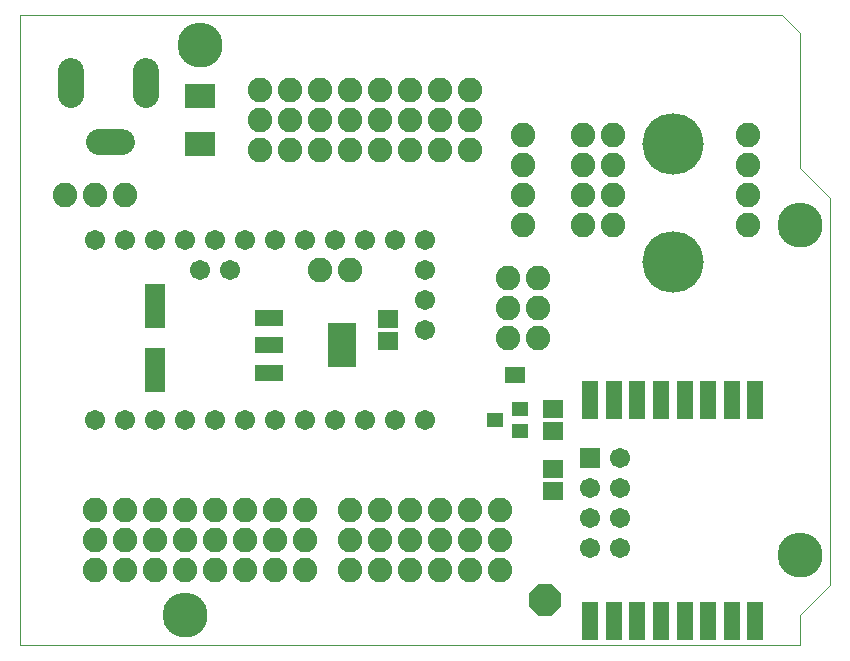
<source format=gts>
G75*
%MOIN*%
%OFA0B0*%
%FSLAX25Y25*%
%IPPOS*%
%LPD*%
%AMOC8*
5,1,8,0,0,1.08239X$1,22.5*
%
%ADD10C,0.00000*%
%ADD11C,0.14942*%
%ADD12C,0.06737*%
%ADD13R,0.06737X0.06737*%
%ADD14C,0.08674*%
%ADD15R,0.09600X0.05600*%
%ADD16R,0.09461X0.14973*%
%ADD17C,0.08200*%
%ADD18R,0.10249X0.07887*%
%ADD19R,0.07099X0.14580*%
%ADD20R,0.06706X0.05918*%
%ADD21R,0.05524X0.12611*%
%ADD22OC8,0.10800*%
%ADD23C,0.00100*%
%ADD24C,0.20485*%
%ADD25R,0.05524X0.04800*%
%ADD26R,0.03300X0.05800*%
D10*
X0017500Y0005000D02*
X0017500Y0215000D01*
X0271500Y0215000D01*
X0277500Y0209000D01*
X0277500Y0164000D01*
X0287500Y0154000D01*
X0287500Y0025000D01*
X0277500Y0015000D01*
X0277500Y0005000D01*
X0017500Y0005000D01*
X0065429Y0015000D02*
X0065431Y0015174D01*
X0065438Y0015347D01*
X0065448Y0015520D01*
X0065463Y0015693D01*
X0065482Y0015866D01*
X0065506Y0016038D01*
X0065533Y0016209D01*
X0065565Y0016379D01*
X0065601Y0016549D01*
X0065641Y0016718D01*
X0065685Y0016886D01*
X0065733Y0017053D01*
X0065786Y0017218D01*
X0065842Y0017382D01*
X0065903Y0017545D01*
X0065967Y0017706D01*
X0066036Y0017865D01*
X0066108Y0018023D01*
X0066184Y0018179D01*
X0066264Y0018333D01*
X0066348Y0018485D01*
X0066435Y0018635D01*
X0066526Y0018783D01*
X0066621Y0018928D01*
X0066719Y0019072D01*
X0066821Y0019212D01*
X0066926Y0019350D01*
X0067034Y0019486D01*
X0067146Y0019619D01*
X0067261Y0019749D01*
X0067379Y0019876D01*
X0067500Y0020000D01*
X0067624Y0020121D01*
X0067751Y0020239D01*
X0067881Y0020354D01*
X0068014Y0020466D01*
X0068150Y0020574D01*
X0068288Y0020679D01*
X0068428Y0020781D01*
X0068572Y0020879D01*
X0068717Y0020974D01*
X0068865Y0021065D01*
X0069015Y0021152D01*
X0069167Y0021236D01*
X0069321Y0021316D01*
X0069477Y0021392D01*
X0069635Y0021464D01*
X0069794Y0021533D01*
X0069955Y0021597D01*
X0070118Y0021658D01*
X0070282Y0021714D01*
X0070447Y0021767D01*
X0070614Y0021815D01*
X0070782Y0021859D01*
X0070951Y0021899D01*
X0071121Y0021935D01*
X0071291Y0021967D01*
X0071462Y0021994D01*
X0071634Y0022018D01*
X0071807Y0022037D01*
X0071980Y0022052D01*
X0072153Y0022062D01*
X0072326Y0022069D01*
X0072500Y0022071D01*
X0072674Y0022069D01*
X0072847Y0022062D01*
X0073020Y0022052D01*
X0073193Y0022037D01*
X0073366Y0022018D01*
X0073538Y0021994D01*
X0073709Y0021967D01*
X0073879Y0021935D01*
X0074049Y0021899D01*
X0074218Y0021859D01*
X0074386Y0021815D01*
X0074553Y0021767D01*
X0074718Y0021714D01*
X0074882Y0021658D01*
X0075045Y0021597D01*
X0075206Y0021533D01*
X0075365Y0021464D01*
X0075523Y0021392D01*
X0075679Y0021316D01*
X0075833Y0021236D01*
X0075985Y0021152D01*
X0076135Y0021065D01*
X0076283Y0020974D01*
X0076428Y0020879D01*
X0076572Y0020781D01*
X0076712Y0020679D01*
X0076850Y0020574D01*
X0076986Y0020466D01*
X0077119Y0020354D01*
X0077249Y0020239D01*
X0077376Y0020121D01*
X0077500Y0020000D01*
X0077621Y0019876D01*
X0077739Y0019749D01*
X0077854Y0019619D01*
X0077966Y0019486D01*
X0078074Y0019350D01*
X0078179Y0019212D01*
X0078281Y0019072D01*
X0078379Y0018928D01*
X0078474Y0018783D01*
X0078565Y0018635D01*
X0078652Y0018485D01*
X0078736Y0018333D01*
X0078816Y0018179D01*
X0078892Y0018023D01*
X0078964Y0017865D01*
X0079033Y0017706D01*
X0079097Y0017545D01*
X0079158Y0017382D01*
X0079214Y0017218D01*
X0079267Y0017053D01*
X0079315Y0016886D01*
X0079359Y0016718D01*
X0079399Y0016549D01*
X0079435Y0016379D01*
X0079467Y0016209D01*
X0079494Y0016038D01*
X0079518Y0015866D01*
X0079537Y0015693D01*
X0079552Y0015520D01*
X0079562Y0015347D01*
X0079569Y0015174D01*
X0079571Y0015000D01*
X0079569Y0014826D01*
X0079562Y0014653D01*
X0079552Y0014480D01*
X0079537Y0014307D01*
X0079518Y0014134D01*
X0079494Y0013962D01*
X0079467Y0013791D01*
X0079435Y0013621D01*
X0079399Y0013451D01*
X0079359Y0013282D01*
X0079315Y0013114D01*
X0079267Y0012947D01*
X0079214Y0012782D01*
X0079158Y0012618D01*
X0079097Y0012455D01*
X0079033Y0012294D01*
X0078964Y0012135D01*
X0078892Y0011977D01*
X0078816Y0011821D01*
X0078736Y0011667D01*
X0078652Y0011515D01*
X0078565Y0011365D01*
X0078474Y0011217D01*
X0078379Y0011072D01*
X0078281Y0010928D01*
X0078179Y0010788D01*
X0078074Y0010650D01*
X0077966Y0010514D01*
X0077854Y0010381D01*
X0077739Y0010251D01*
X0077621Y0010124D01*
X0077500Y0010000D01*
X0077376Y0009879D01*
X0077249Y0009761D01*
X0077119Y0009646D01*
X0076986Y0009534D01*
X0076850Y0009426D01*
X0076712Y0009321D01*
X0076572Y0009219D01*
X0076428Y0009121D01*
X0076283Y0009026D01*
X0076135Y0008935D01*
X0075985Y0008848D01*
X0075833Y0008764D01*
X0075679Y0008684D01*
X0075523Y0008608D01*
X0075365Y0008536D01*
X0075206Y0008467D01*
X0075045Y0008403D01*
X0074882Y0008342D01*
X0074718Y0008286D01*
X0074553Y0008233D01*
X0074386Y0008185D01*
X0074218Y0008141D01*
X0074049Y0008101D01*
X0073879Y0008065D01*
X0073709Y0008033D01*
X0073538Y0008006D01*
X0073366Y0007982D01*
X0073193Y0007963D01*
X0073020Y0007948D01*
X0072847Y0007938D01*
X0072674Y0007931D01*
X0072500Y0007929D01*
X0072326Y0007931D01*
X0072153Y0007938D01*
X0071980Y0007948D01*
X0071807Y0007963D01*
X0071634Y0007982D01*
X0071462Y0008006D01*
X0071291Y0008033D01*
X0071121Y0008065D01*
X0070951Y0008101D01*
X0070782Y0008141D01*
X0070614Y0008185D01*
X0070447Y0008233D01*
X0070282Y0008286D01*
X0070118Y0008342D01*
X0069955Y0008403D01*
X0069794Y0008467D01*
X0069635Y0008536D01*
X0069477Y0008608D01*
X0069321Y0008684D01*
X0069167Y0008764D01*
X0069015Y0008848D01*
X0068865Y0008935D01*
X0068717Y0009026D01*
X0068572Y0009121D01*
X0068428Y0009219D01*
X0068288Y0009321D01*
X0068150Y0009426D01*
X0068014Y0009534D01*
X0067881Y0009646D01*
X0067751Y0009761D01*
X0067624Y0009879D01*
X0067500Y0010000D01*
X0067379Y0010124D01*
X0067261Y0010251D01*
X0067146Y0010381D01*
X0067034Y0010514D01*
X0066926Y0010650D01*
X0066821Y0010788D01*
X0066719Y0010928D01*
X0066621Y0011072D01*
X0066526Y0011217D01*
X0066435Y0011365D01*
X0066348Y0011515D01*
X0066264Y0011667D01*
X0066184Y0011821D01*
X0066108Y0011977D01*
X0066036Y0012135D01*
X0065967Y0012294D01*
X0065903Y0012455D01*
X0065842Y0012618D01*
X0065786Y0012782D01*
X0065733Y0012947D01*
X0065685Y0013114D01*
X0065641Y0013282D01*
X0065601Y0013451D01*
X0065565Y0013621D01*
X0065533Y0013791D01*
X0065506Y0013962D01*
X0065482Y0014134D01*
X0065463Y0014307D01*
X0065448Y0014480D01*
X0065438Y0014653D01*
X0065431Y0014826D01*
X0065429Y0015000D01*
X0225157Y0132815D02*
X0225160Y0133057D01*
X0225169Y0133298D01*
X0225184Y0133539D01*
X0225204Y0133780D01*
X0225231Y0134020D01*
X0225264Y0134259D01*
X0225302Y0134498D01*
X0225346Y0134735D01*
X0225396Y0134972D01*
X0225452Y0135207D01*
X0225514Y0135440D01*
X0225581Y0135672D01*
X0225654Y0135903D01*
X0225732Y0136131D01*
X0225817Y0136357D01*
X0225906Y0136582D01*
X0226001Y0136804D01*
X0226102Y0137023D01*
X0226208Y0137241D01*
X0226319Y0137455D01*
X0226436Y0137667D01*
X0226557Y0137875D01*
X0226684Y0138081D01*
X0226816Y0138283D01*
X0226953Y0138483D01*
X0227094Y0138678D01*
X0227240Y0138871D01*
X0227391Y0139059D01*
X0227547Y0139244D01*
X0227707Y0139425D01*
X0227871Y0139602D01*
X0228040Y0139775D01*
X0228213Y0139944D01*
X0228390Y0140108D01*
X0228571Y0140268D01*
X0228756Y0140424D01*
X0228944Y0140575D01*
X0229137Y0140721D01*
X0229332Y0140862D01*
X0229532Y0140999D01*
X0229734Y0141131D01*
X0229940Y0141258D01*
X0230148Y0141379D01*
X0230360Y0141496D01*
X0230574Y0141607D01*
X0230792Y0141713D01*
X0231011Y0141814D01*
X0231233Y0141909D01*
X0231458Y0141998D01*
X0231684Y0142083D01*
X0231912Y0142161D01*
X0232143Y0142234D01*
X0232375Y0142301D01*
X0232608Y0142363D01*
X0232843Y0142419D01*
X0233080Y0142469D01*
X0233317Y0142513D01*
X0233556Y0142551D01*
X0233795Y0142584D01*
X0234035Y0142611D01*
X0234276Y0142631D01*
X0234517Y0142646D01*
X0234758Y0142655D01*
X0235000Y0142658D01*
X0235242Y0142655D01*
X0235483Y0142646D01*
X0235724Y0142631D01*
X0235965Y0142611D01*
X0236205Y0142584D01*
X0236444Y0142551D01*
X0236683Y0142513D01*
X0236920Y0142469D01*
X0237157Y0142419D01*
X0237392Y0142363D01*
X0237625Y0142301D01*
X0237857Y0142234D01*
X0238088Y0142161D01*
X0238316Y0142083D01*
X0238542Y0141998D01*
X0238767Y0141909D01*
X0238989Y0141814D01*
X0239208Y0141713D01*
X0239426Y0141607D01*
X0239640Y0141496D01*
X0239852Y0141379D01*
X0240060Y0141258D01*
X0240266Y0141131D01*
X0240468Y0140999D01*
X0240668Y0140862D01*
X0240863Y0140721D01*
X0241056Y0140575D01*
X0241244Y0140424D01*
X0241429Y0140268D01*
X0241610Y0140108D01*
X0241787Y0139944D01*
X0241960Y0139775D01*
X0242129Y0139602D01*
X0242293Y0139425D01*
X0242453Y0139244D01*
X0242609Y0139059D01*
X0242760Y0138871D01*
X0242906Y0138678D01*
X0243047Y0138483D01*
X0243184Y0138283D01*
X0243316Y0138081D01*
X0243443Y0137875D01*
X0243564Y0137667D01*
X0243681Y0137455D01*
X0243792Y0137241D01*
X0243898Y0137023D01*
X0243999Y0136804D01*
X0244094Y0136582D01*
X0244183Y0136357D01*
X0244268Y0136131D01*
X0244346Y0135903D01*
X0244419Y0135672D01*
X0244486Y0135440D01*
X0244548Y0135207D01*
X0244604Y0134972D01*
X0244654Y0134735D01*
X0244698Y0134498D01*
X0244736Y0134259D01*
X0244769Y0134020D01*
X0244796Y0133780D01*
X0244816Y0133539D01*
X0244831Y0133298D01*
X0244840Y0133057D01*
X0244843Y0132815D01*
X0244840Y0132573D01*
X0244831Y0132332D01*
X0244816Y0132091D01*
X0244796Y0131850D01*
X0244769Y0131610D01*
X0244736Y0131371D01*
X0244698Y0131132D01*
X0244654Y0130895D01*
X0244604Y0130658D01*
X0244548Y0130423D01*
X0244486Y0130190D01*
X0244419Y0129958D01*
X0244346Y0129727D01*
X0244268Y0129499D01*
X0244183Y0129273D01*
X0244094Y0129048D01*
X0243999Y0128826D01*
X0243898Y0128607D01*
X0243792Y0128389D01*
X0243681Y0128175D01*
X0243564Y0127963D01*
X0243443Y0127755D01*
X0243316Y0127549D01*
X0243184Y0127347D01*
X0243047Y0127147D01*
X0242906Y0126952D01*
X0242760Y0126759D01*
X0242609Y0126571D01*
X0242453Y0126386D01*
X0242293Y0126205D01*
X0242129Y0126028D01*
X0241960Y0125855D01*
X0241787Y0125686D01*
X0241610Y0125522D01*
X0241429Y0125362D01*
X0241244Y0125206D01*
X0241056Y0125055D01*
X0240863Y0124909D01*
X0240668Y0124768D01*
X0240468Y0124631D01*
X0240266Y0124499D01*
X0240060Y0124372D01*
X0239852Y0124251D01*
X0239640Y0124134D01*
X0239426Y0124023D01*
X0239208Y0123917D01*
X0238989Y0123816D01*
X0238767Y0123721D01*
X0238542Y0123632D01*
X0238316Y0123547D01*
X0238088Y0123469D01*
X0237857Y0123396D01*
X0237625Y0123329D01*
X0237392Y0123267D01*
X0237157Y0123211D01*
X0236920Y0123161D01*
X0236683Y0123117D01*
X0236444Y0123079D01*
X0236205Y0123046D01*
X0235965Y0123019D01*
X0235724Y0122999D01*
X0235483Y0122984D01*
X0235242Y0122975D01*
X0235000Y0122972D01*
X0234758Y0122975D01*
X0234517Y0122984D01*
X0234276Y0122999D01*
X0234035Y0123019D01*
X0233795Y0123046D01*
X0233556Y0123079D01*
X0233317Y0123117D01*
X0233080Y0123161D01*
X0232843Y0123211D01*
X0232608Y0123267D01*
X0232375Y0123329D01*
X0232143Y0123396D01*
X0231912Y0123469D01*
X0231684Y0123547D01*
X0231458Y0123632D01*
X0231233Y0123721D01*
X0231011Y0123816D01*
X0230792Y0123917D01*
X0230574Y0124023D01*
X0230360Y0124134D01*
X0230148Y0124251D01*
X0229940Y0124372D01*
X0229734Y0124499D01*
X0229532Y0124631D01*
X0229332Y0124768D01*
X0229137Y0124909D01*
X0228944Y0125055D01*
X0228756Y0125206D01*
X0228571Y0125362D01*
X0228390Y0125522D01*
X0228213Y0125686D01*
X0228040Y0125855D01*
X0227871Y0126028D01*
X0227707Y0126205D01*
X0227547Y0126386D01*
X0227391Y0126571D01*
X0227240Y0126759D01*
X0227094Y0126952D01*
X0226953Y0127147D01*
X0226816Y0127347D01*
X0226684Y0127549D01*
X0226557Y0127755D01*
X0226436Y0127963D01*
X0226319Y0128175D01*
X0226208Y0128389D01*
X0226102Y0128607D01*
X0226001Y0128826D01*
X0225906Y0129048D01*
X0225817Y0129273D01*
X0225732Y0129499D01*
X0225654Y0129727D01*
X0225581Y0129958D01*
X0225514Y0130190D01*
X0225452Y0130423D01*
X0225396Y0130658D01*
X0225346Y0130895D01*
X0225302Y0131132D01*
X0225264Y0131371D01*
X0225231Y0131610D01*
X0225204Y0131850D01*
X0225184Y0132091D01*
X0225169Y0132332D01*
X0225160Y0132573D01*
X0225157Y0132815D01*
X0270429Y0145000D02*
X0270431Y0145174D01*
X0270438Y0145347D01*
X0270448Y0145520D01*
X0270463Y0145693D01*
X0270482Y0145866D01*
X0270506Y0146038D01*
X0270533Y0146209D01*
X0270565Y0146379D01*
X0270601Y0146549D01*
X0270641Y0146718D01*
X0270685Y0146886D01*
X0270733Y0147053D01*
X0270786Y0147218D01*
X0270842Y0147382D01*
X0270903Y0147545D01*
X0270967Y0147706D01*
X0271036Y0147865D01*
X0271108Y0148023D01*
X0271184Y0148179D01*
X0271264Y0148333D01*
X0271348Y0148485D01*
X0271435Y0148635D01*
X0271526Y0148783D01*
X0271621Y0148928D01*
X0271719Y0149072D01*
X0271821Y0149212D01*
X0271926Y0149350D01*
X0272034Y0149486D01*
X0272146Y0149619D01*
X0272261Y0149749D01*
X0272379Y0149876D01*
X0272500Y0150000D01*
X0272624Y0150121D01*
X0272751Y0150239D01*
X0272881Y0150354D01*
X0273014Y0150466D01*
X0273150Y0150574D01*
X0273288Y0150679D01*
X0273428Y0150781D01*
X0273572Y0150879D01*
X0273717Y0150974D01*
X0273865Y0151065D01*
X0274015Y0151152D01*
X0274167Y0151236D01*
X0274321Y0151316D01*
X0274477Y0151392D01*
X0274635Y0151464D01*
X0274794Y0151533D01*
X0274955Y0151597D01*
X0275118Y0151658D01*
X0275282Y0151714D01*
X0275447Y0151767D01*
X0275614Y0151815D01*
X0275782Y0151859D01*
X0275951Y0151899D01*
X0276121Y0151935D01*
X0276291Y0151967D01*
X0276462Y0151994D01*
X0276634Y0152018D01*
X0276807Y0152037D01*
X0276980Y0152052D01*
X0277153Y0152062D01*
X0277326Y0152069D01*
X0277500Y0152071D01*
X0277674Y0152069D01*
X0277847Y0152062D01*
X0278020Y0152052D01*
X0278193Y0152037D01*
X0278366Y0152018D01*
X0278538Y0151994D01*
X0278709Y0151967D01*
X0278879Y0151935D01*
X0279049Y0151899D01*
X0279218Y0151859D01*
X0279386Y0151815D01*
X0279553Y0151767D01*
X0279718Y0151714D01*
X0279882Y0151658D01*
X0280045Y0151597D01*
X0280206Y0151533D01*
X0280365Y0151464D01*
X0280523Y0151392D01*
X0280679Y0151316D01*
X0280833Y0151236D01*
X0280985Y0151152D01*
X0281135Y0151065D01*
X0281283Y0150974D01*
X0281428Y0150879D01*
X0281572Y0150781D01*
X0281712Y0150679D01*
X0281850Y0150574D01*
X0281986Y0150466D01*
X0282119Y0150354D01*
X0282249Y0150239D01*
X0282376Y0150121D01*
X0282500Y0150000D01*
X0282621Y0149876D01*
X0282739Y0149749D01*
X0282854Y0149619D01*
X0282966Y0149486D01*
X0283074Y0149350D01*
X0283179Y0149212D01*
X0283281Y0149072D01*
X0283379Y0148928D01*
X0283474Y0148783D01*
X0283565Y0148635D01*
X0283652Y0148485D01*
X0283736Y0148333D01*
X0283816Y0148179D01*
X0283892Y0148023D01*
X0283964Y0147865D01*
X0284033Y0147706D01*
X0284097Y0147545D01*
X0284158Y0147382D01*
X0284214Y0147218D01*
X0284267Y0147053D01*
X0284315Y0146886D01*
X0284359Y0146718D01*
X0284399Y0146549D01*
X0284435Y0146379D01*
X0284467Y0146209D01*
X0284494Y0146038D01*
X0284518Y0145866D01*
X0284537Y0145693D01*
X0284552Y0145520D01*
X0284562Y0145347D01*
X0284569Y0145174D01*
X0284571Y0145000D01*
X0284569Y0144826D01*
X0284562Y0144653D01*
X0284552Y0144480D01*
X0284537Y0144307D01*
X0284518Y0144134D01*
X0284494Y0143962D01*
X0284467Y0143791D01*
X0284435Y0143621D01*
X0284399Y0143451D01*
X0284359Y0143282D01*
X0284315Y0143114D01*
X0284267Y0142947D01*
X0284214Y0142782D01*
X0284158Y0142618D01*
X0284097Y0142455D01*
X0284033Y0142294D01*
X0283964Y0142135D01*
X0283892Y0141977D01*
X0283816Y0141821D01*
X0283736Y0141667D01*
X0283652Y0141515D01*
X0283565Y0141365D01*
X0283474Y0141217D01*
X0283379Y0141072D01*
X0283281Y0140928D01*
X0283179Y0140788D01*
X0283074Y0140650D01*
X0282966Y0140514D01*
X0282854Y0140381D01*
X0282739Y0140251D01*
X0282621Y0140124D01*
X0282500Y0140000D01*
X0282376Y0139879D01*
X0282249Y0139761D01*
X0282119Y0139646D01*
X0281986Y0139534D01*
X0281850Y0139426D01*
X0281712Y0139321D01*
X0281572Y0139219D01*
X0281428Y0139121D01*
X0281283Y0139026D01*
X0281135Y0138935D01*
X0280985Y0138848D01*
X0280833Y0138764D01*
X0280679Y0138684D01*
X0280523Y0138608D01*
X0280365Y0138536D01*
X0280206Y0138467D01*
X0280045Y0138403D01*
X0279882Y0138342D01*
X0279718Y0138286D01*
X0279553Y0138233D01*
X0279386Y0138185D01*
X0279218Y0138141D01*
X0279049Y0138101D01*
X0278879Y0138065D01*
X0278709Y0138033D01*
X0278538Y0138006D01*
X0278366Y0137982D01*
X0278193Y0137963D01*
X0278020Y0137948D01*
X0277847Y0137938D01*
X0277674Y0137931D01*
X0277500Y0137929D01*
X0277326Y0137931D01*
X0277153Y0137938D01*
X0276980Y0137948D01*
X0276807Y0137963D01*
X0276634Y0137982D01*
X0276462Y0138006D01*
X0276291Y0138033D01*
X0276121Y0138065D01*
X0275951Y0138101D01*
X0275782Y0138141D01*
X0275614Y0138185D01*
X0275447Y0138233D01*
X0275282Y0138286D01*
X0275118Y0138342D01*
X0274955Y0138403D01*
X0274794Y0138467D01*
X0274635Y0138536D01*
X0274477Y0138608D01*
X0274321Y0138684D01*
X0274167Y0138764D01*
X0274015Y0138848D01*
X0273865Y0138935D01*
X0273717Y0139026D01*
X0273572Y0139121D01*
X0273428Y0139219D01*
X0273288Y0139321D01*
X0273150Y0139426D01*
X0273014Y0139534D01*
X0272881Y0139646D01*
X0272751Y0139761D01*
X0272624Y0139879D01*
X0272500Y0140000D01*
X0272379Y0140124D01*
X0272261Y0140251D01*
X0272146Y0140381D01*
X0272034Y0140514D01*
X0271926Y0140650D01*
X0271821Y0140788D01*
X0271719Y0140928D01*
X0271621Y0141072D01*
X0271526Y0141217D01*
X0271435Y0141365D01*
X0271348Y0141515D01*
X0271264Y0141667D01*
X0271184Y0141821D01*
X0271108Y0141977D01*
X0271036Y0142135D01*
X0270967Y0142294D01*
X0270903Y0142455D01*
X0270842Y0142618D01*
X0270786Y0142782D01*
X0270733Y0142947D01*
X0270685Y0143114D01*
X0270641Y0143282D01*
X0270601Y0143451D01*
X0270565Y0143621D01*
X0270533Y0143791D01*
X0270506Y0143962D01*
X0270482Y0144134D01*
X0270463Y0144307D01*
X0270448Y0144480D01*
X0270438Y0144653D01*
X0270431Y0144826D01*
X0270429Y0145000D01*
X0225157Y0172185D02*
X0225160Y0172427D01*
X0225169Y0172668D01*
X0225184Y0172909D01*
X0225204Y0173150D01*
X0225231Y0173390D01*
X0225264Y0173629D01*
X0225302Y0173868D01*
X0225346Y0174105D01*
X0225396Y0174342D01*
X0225452Y0174577D01*
X0225514Y0174810D01*
X0225581Y0175042D01*
X0225654Y0175273D01*
X0225732Y0175501D01*
X0225817Y0175727D01*
X0225906Y0175952D01*
X0226001Y0176174D01*
X0226102Y0176393D01*
X0226208Y0176611D01*
X0226319Y0176825D01*
X0226436Y0177037D01*
X0226557Y0177245D01*
X0226684Y0177451D01*
X0226816Y0177653D01*
X0226953Y0177853D01*
X0227094Y0178048D01*
X0227240Y0178241D01*
X0227391Y0178429D01*
X0227547Y0178614D01*
X0227707Y0178795D01*
X0227871Y0178972D01*
X0228040Y0179145D01*
X0228213Y0179314D01*
X0228390Y0179478D01*
X0228571Y0179638D01*
X0228756Y0179794D01*
X0228944Y0179945D01*
X0229137Y0180091D01*
X0229332Y0180232D01*
X0229532Y0180369D01*
X0229734Y0180501D01*
X0229940Y0180628D01*
X0230148Y0180749D01*
X0230360Y0180866D01*
X0230574Y0180977D01*
X0230792Y0181083D01*
X0231011Y0181184D01*
X0231233Y0181279D01*
X0231458Y0181368D01*
X0231684Y0181453D01*
X0231912Y0181531D01*
X0232143Y0181604D01*
X0232375Y0181671D01*
X0232608Y0181733D01*
X0232843Y0181789D01*
X0233080Y0181839D01*
X0233317Y0181883D01*
X0233556Y0181921D01*
X0233795Y0181954D01*
X0234035Y0181981D01*
X0234276Y0182001D01*
X0234517Y0182016D01*
X0234758Y0182025D01*
X0235000Y0182028D01*
X0235242Y0182025D01*
X0235483Y0182016D01*
X0235724Y0182001D01*
X0235965Y0181981D01*
X0236205Y0181954D01*
X0236444Y0181921D01*
X0236683Y0181883D01*
X0236920Y0181839D01*
X0237157Y0181789D01*
X0237392Y0181733D01*
X0237625Y0181671D01*
X0237857Y0181604D01*
X0238088Y0181531D01*
X0238316Y0181453D01*
X0238542Y0181368D01*
X0238767Y0181279D01*
X0238989Y0181184D01*
X0239208Y0181083D01*
X0239426Y0180977D01*
X0239640Y0180866D01*
X0239852Y0180749D01*
X0240060Y0180628D01*
X0240266Y0180501D01*
X0240468Y0180369D01*
X0240668Y0180232D01*
X0240863Y0180091D01*
X0241056Y0179945D01*
X0241244Y0179794D01*
X0241429Y0179638D01*
X0241610Y0179478D01*
X0241787Y0179314D01*
X0241960Y0179145D01*
X0242129Y0178972D01*
X0242293Y0178795D01*
X0242453Y0178614D01*
X0242609Y0178429D01*
X0242760Y0178241D01*
X0242906Y0178048D01*
X0243047Y0177853D01*
X0243184Y0177653D01*
X0243316Y0177451D01*
X0243443Y0177245D01*
X0243564Y0177037D01*
X0243681Y0176825D01*
X0243792Y0176611D01*
X0243898Y0176393D01*
X0243999Y0176174D01*
X0244094Y0175952D01*
X0244183Y0175727D01*
X0244268Y0175501D01*
X0244346Y0175273D01*
X0244419Y0175042D01*
X0244486Y0174810D01*
X0244548Y0174577D01*
X0244604Y0174342D01*
X0244654Y0174105D01*
X0244698Y0173868D01*
X0244736Y0173629D01*
X0244769Y0173390D01*
X0244796Y0173150D01*
X0244816Y0172909D01*
X0244831Y0172668D01*
X0244840Y0172427D01*
X0244843Y0172185D01*
X0244840Y0171943D01*
X0244831Y0171702D01*
X0244816Y0171461D01*
X0244796Y0171220D01*
X0244769Y0170980D01*
X0244736Y0170741D01*
X0244698Y0170502D01*
X0244654Y0170265D01*
X0244604Y0170028D01*
X0244548Y0169793D01*
X0244486Y0169560D01*
X0244419Y0169328D01*
X0244346Y0169097D01*
X0244268Y0168869D01*
X0244183Y0168643D01*
X0244094Y0168418D01*
X0243999Y0168196D01*
X0243898Y0167977D01*
X0243792Y0167759D01*
X0243681Y0167545D01*
X0243564Y0167333D01*
X0243443Y0167125D01*
X0243316Y0166919D01*
X0243184Y0166717D01*
X0243047Y0166517D01*
X0242906Y0166322D01*
X0242760Y0166129D01*
X0242609Y0165941D01*
X0242453Y0165756D01*
X0242293Y0165575D01*
X0242129Y0165398D01*
X0241960Y0165225D01*
X0241787Y0165056D01*
X0241610Y0164892D01*
X0241429Y0164732D01*
X0241244Y0164576D01*
X0241056Y0164425D01*
X0240863Y0164279D01*
X0240668Y0164138D01*
X0240468Y0164001D01*
X0240266Y0163869D01*
X0240060Y0163742D01*
X0239852Y0163621D01*
X0239640Y0163504D01*
X0239426Y0163393D01*
X0239208Y0163287D01*
X0238989Y0163186D01*
X0238767Y0163091D01*
X0238542Y0163002D01*
X0238316Y0162917D01*
X0238088Y0162839D01*
X0237857Y0162766D01*
X0237625Y0162699D01*
X0237392Y0162637D01*
X0237157Y0162581D01*
X0236920Y0162531D01*
X0236683Y0162487D01*
X0236444Y0162449D01*
X0236205Y0162416D01*
X0235965Y0162389D01*
X0235724Y0162369D01*
X0235483Y0162354D01*
X0235242Y0162345D01*
X0235000Y0162342D01*
X0234758Y0162345D01*
X0234517Y0162354D01*
X0234276Y0162369D01*
X0234035Y0162389D01*
X0233795Y0162416D01*
X0233556Y0162449D01*
X0233317Y0162487D01*
X0233080Y0162531D01*
X0232843Y0162581D01*
X0232608Y0162637D01*
X0232375Y0162699D01*
X0232143Y0162766D01*
X0231912Y0162839D01*
X0231684Y0162917D01*
X0231458Y0163002D01*
X0231233Y0163091D01*
X0231011Y0163186D01*
X0230792Y0163287D01*
X0230574Y0163393D01*
X0230360Y0163504D01*
X0230148Y0163621D01*
X0229940Y0163742D01*
X0229734Y0163869D01*
X0229532Y0164001D01*
X0229332Y0164138D01*
X0229137Y0164279D01*
X0228944Y0164425D01*
X0228756Y0164576D01*
X0228571Y0164732D01*
X0228390Y0164892D01*
X0228213Y0165056D01*
X0228040Y0165225D01*
X0227871Y0165398D01*
X0227707Y0165575D01*
X0227547Y0165756D01*
X0227391Y0165941D01*
X0227240Y0166129D01*
X0227094Y0166322D01*
X0226953Y0166517D01*
X0226816Y0166717D01*
X0226684Y0166919D01*
X0226557Y0167125D01*
X0226436Y0167333D01*
X0226319Y0167545D01*
X0226208Y0167759D01*
X0226102Y0167977D01*
X0226001Y0168196D01*
X0225906Y0168418D01*
X0225817Y0168643D01*
X0225732Y0168869D01*
X0225654Y0169097D01*
X0225581Y0169328D01*
X0225514Y0169560D01*
X0225452Y0169793D01*
X0225396Y0170028D01*
X0225346Y0170265D01*
X0225302Y0170502D01*
X0225264Y0170741D01*
X0225231Y0170980D01*
X0225204Y0171220D01*
X0225184Y0171461D01*
X0225169Y0171702D01*
X0225160Y0171943D01*
X0225157Y0172185D01*
X0070429Y0205000D02*
X0070431Y0205174D01*
X0070438Y0205347D01*
X0070448Y0205520D01*
X0070463Y0205693D01*
X0070482Y0205866D01*
X0070506Y0206038D01*
X0070533Y0206209D01*
X0070565Y0206379D01*
X0070601Y0206549D01*
X0070641Y0206718D01*
X0070685Y0206886D01*
X0070733Y0207053D01*
X0070786Y0207218D01*
X0070842Y0207382D01*
X0070903Y0207545D01*
X0070967Y0207706D01*
X0071036Y0207865D01*
X0071108Y0208023D01*
X0071184Y0208179D01*
X0071264Y0208333D01*
X0071348Y0208485D01*
X0071435Y0208635D01*
X0071526Y0208783D01*
X0071621Y0208928D01*
X0071719Y0209072D01*
X0071821Y0209212D01*
X0071926Y0209350D01*
X0072034Y0209486D01*
X0072146Y0209619D01*
X0072261Y0209749D01*
X0072379Y0209876D01*
X0072500Y0210000D01*
X0072624Y0210121D01*
X0072751Y0210239D01*
X0072881Y0210354D01*
X0073014Y0210466D01*
X0073150Y0210574D01*
X0073288Y0210679D01*
X0073428Y0210781D01*
X0073572Y0210879D01*
X0073717Y0210974D01*
X0073865Y0211065D01*
X0074015Y0211152D01*
X0074167Y0211236D01*
X0074321Y0211316D01*
X0074477Y0211392D01*
X0074635Y0211464D01*
X0074794Y0211533D01*
X0074955Y0211597D01*
X0075118Y0211658D01*
X0075282Y0211714D01*
X0075447Y0211767D01*
X0075614Y0211815D01*
X0075782Y0211859D01*
X0075951Y0211899D01*
X0076121Y0211935D01*
X0076291Y0211967D01*
X0076462Y0211994D01*
X0076634Y0212018D01*
X0076807Y0212037D01*
X0076980Y0212052D01*
X0077153Y0212062D01*
X0077326Y0212069D01*
X0077500Y0212071D01*
X0077674Y0212069D01*
X0077847Y0212062D01*
X0078020Y0212052D01*
X0078193Y0212037D01*
X0078366Y0212018D01*
X0078538Y0211994D01*
X0078709Y0211967D01*
X0078879Y0211935D01*
X0079049Y0211899D01*
X0079218Y0211859D01*
X0079386Y0211815D01*
X0079553Y0211767D01*
X0079718Y0211714D01*
X0079882Y0211658D01*
X0080045Y0211597D01*
X0080206Y0211533D01*
X0080365Y0211464D01*
X0080523Y0211392D01*
X0080679Y0211316D01*
X0080833Y0211236D01*
X0080985Y0211152D01*
X0081135Y0211065D01*
X0081283Y0210974D01*
X0081428Y0210879D01*
X0081572Y0210781D01*
X0081712Y0210679D01*
X0081850Y0210574D01*
X0081986Y0210466D01*
X0082119Y0210354D01*
X0082249Y0210239D01*
X0082376Y0210121D01*
X0082500Y0210000D01*
X0082621Y0209876D01*
X0082739Y0209749D01*
X0082854Y0209619D01*
X0082966Y0209486D01*
X0083074Y0209350D01*
X0083179Y0209212D01*
X0083281Y0209072D01*
X0083379Y0208928D01*
X0083474Y0208783D01*
X0083565Y0208635D01*
X0083652Y0208485D01*
X0083736Y0208333D01*
X0083816Y0208179D01*
X0083892Y0208023D01*
X0083964Y0207865D01*
X0084033Y0207706D01*
X0084097Y0207545D01*
X0084158Y0207382D01*
X0084214Y0207218D01*
X0084267Y0207053D01*
X0084315Y0206886D01*
X0084359Y0206718D01*
X0084399Y0206549D01*
X0084435Y0206379D01*
X0084467Y0206209D01*
X0084494Y0206038D01*
X0084518Y0205866D01*
X0084537Y0205693D01*
X0084552Y0205520D01*
X0084562Y0205347D01*
X0084569Y0205174D01*
X0084571Y0205000D01*
X0084569Y0204826D01*
X0084562Y0204653D01*
X0084552Y0204480D01*
X0084537Y0204307D01*
X0084518Y0204134D01*
X0084494Y0203962D01*
X0084467Y0203791D01*
X0084435Y0203621D01*
X0084399Y0203451D01*
X0084359Y0203282D01*
X0084315Y0203114D01*
X0084267Y0202947D01*
X0084214Y0202782D01*
X0084158Y0202618D01*
X0084097Y0202455D01*
X0084033Y0202294D01*
X0083964Y0202135D01*
X0083892Y0201977D01*
X0083816Y0201821D01*
X0083736Y0201667D01*
X0083652Y0201515D01*
X0083565Y0201365D01*
X0083474Y0201217D01*
X0083379Y0201072D01*
X0083281Y0200928D01*
X0083179Y0200788D01*
X0083074Y0200650D01*
X0082966Y0200514D01*
X0082854Y0200381D01*
X0082739Y0200251D01*
X0082621Y0200124D01*
X0082500Y0200000D01*
X0082376Y0199879D01*
X0082249Y0199761D01*
X0082119Y0199646D01*
X0081986Y0199534D01*
X0081850Y0199426D01*
X0081712Y0199321D01*
X0081572Y0199219D01*
X0081428Y0199121D01*
X0081283Y0199026D01*
X0081135Y0198935D01*
X0080985Y0198848D01*
X0080833Y0198764D01*
X0080679Y0198684D01*
X0080523Y0198608D01*
X0080365Y0198536D01*
X0080206Y0198467D01*
X0080045Y0198403D01*
X0079882Y0198342D01*
X0079718Y0198286D01*
X0079553Y0198233D01*
X0079386Y0198185D01*
X0079218Y0198141D01*
X0079049Y0198101D01*
X0078879Y0198065D01*
X0078709Y0198033D01*
X0078538Y0198006D01*
X0078366Y0197982D01*
X0078193Y0197963D01*
X0078020Y0197948D01*
X0077847Y0197938D01*
X0077674Y0197931D01*
X0077500Y0197929D01*
X0077326Y0197931D01*
X0077153Y0197938D01*
X0076980Y0197948D01*
X0076807Y0197963D01*
X0076634Y0197982D01*
X0076462Y0198006D01*
X0076291Y0198033D01*
X0076121Y0198065D01*
X0075951Y0198101D01*
X0075782Y0198141D01*
X0075614Y0198185D01*
X0075447Y0198233D01*
X0075282Y0198286D01*
X0075118Y0198342D01*
X0074955Y0198403D01*
X0074794Y0198467D01*
X0074635Y0198536D01*
X0074477Y0198608D01*
X0074321Y0198684D01*
X0074167Y0198764D01*
X0074015Y0198848D01*
X0073865Y0198935D01*
X0073717Y0199026D01*
X0073572Y0199121D01*
X0073428Y0199219D01*
X0073288Y0199321D01*
X0073150Y0199426D01*
X0073014Y0199534D01*
X0072881Y0199646D01*
X0072751Y0199761D01*
X0072624Y0199879D01*
X0072500Y0200000D01*
X0072379Y0200124D01*
X0072261Y0200251D01*
X0072146Y0200381D01*
X0072034Y0200514D01*
X0071926Y0200650D01*
X0071821Y0200788D01*
X0071719Y0200928D01*
X0071621Y0201072D01*
X0071526Y0201217D01*
X0071435Y0201365D01*
X0071348Y0201515D01*
X0071264Y0201667D01*
X0071184Y0201821D01*
X0071108Y0201977D01*
X0071036Y0202135D01*
X0070967Y0202294D01*
X0070903Y0202455D01*
X0070842Y0202618D01*
X0070786Y0202782D01*
X0070733Y0202947D01*
X0070685Y0203114D01*
X0070641Y0203282D01*
X0070601Y0203451D01*
X0070565Y0203621D01*
X0070533Y0203791D01*
X0070506Y0203962D01*
X0070482Y0204134D01*
X0070463Y0204307D01*
X0070448Y0204480D01*
X0070438Y0204653D01*
X0070431Y0204826D01*
X0070429Y0205000D01*
X0270429Y0035000D02*
X0270431Y0035174D01*
X0270438Y0035347D01*
X0270448Y0035520D01*
X0270463Y0035693D01*
X0270482Y0035866D01*
X0270506Y0036038D01*
X0270533Y0036209D01*
X0270565Y0036379D01*
X0270601Y0036549D01*
X0270641Y0036718D01*
X0270685Y0036886D01*
X0270733Y0037053D01*
X0270786Y0037218D01*
X0270842Y0037382D01*
X0270903Y0037545D01*
X0270967Y0037706D01*
X0271036Y0037865D01*
X0271108Y0038023D01*
X0271184Y0038179D01*
X0271264Y0038333D01*
X0271348Y0038485D01*
X0271435Y0038635D01*
X0271526Y0038783D01*
X0271621Y0038928D01*
X0271719Y0039072D01*
X0271821Y0039212D01*
X0271926Y0039350D01*
X0272034Y0039486D01*
X0272146Y0039619D01*
X0272261Y0039749D01*
X0272379Y0039876D01*
X0272500Y0040000D01*
X0272624Y0040121D01*
X0272751Y0040239D01*
X0272881Y0040354D01*
X0273014Y0040466D01*
X0273150Y0040574D01*
X0273288Y0040679D01*
X0273428Y0040781D01*
X0273572Y0040879D01*
X0273717Y0040974D01*
X0273865Y0041065D01*
X0274015Y0041152D01*
X0274167Y0041236D01*
X0274321Y0041316D01*
X0274477Y0041392D01*
X0274635Y0041464D01*
X0274794Y0041533D01*
X0274955Y0041597D01*
X0275118Y0041658D01*
X0275282Y0041714D01*
X0275447Y0041767D01*
X0275614Y0041815D01*
X0275782Y0041859D01*
X0275951Y0041899D01*
X0276121Y0041935D01*
X0276291Y0041967D01*
X0276462Y0041994D01*
X0276634Y0042018D01*
X0276807Y0042037D01*
X0276980Y0042052D01*
X0277153Y0042062D01*
X0277326Y0042069D01*
X0277500Y0042071D01*
X0277674Y0042069D01*
X0277847Y0042062D01*
X0278020Y0042052D01*
X0278193Y0042037D01*
X0278366Y0042018D01*
X0278538Y0041994D01*
X0278709Y0041967D01*
X0278879Y0041935D01*
X0279049Y0041899D01*
X0279218Y0041859D01*
X0279386Y0041815D01*
X0279553Y0041767D01*
X0279718Y0041714D01*
X0279882Y0041658D01*
X0280045Y0041597D01*
X0280206Y0041533D01*
X0280365Y0041464D01*
X0280523Y0041392D01*
X0280679Y0041316D01*
X0280833Y0041236D01*
X0280985Y0041152D01*
X0281135Y0041065D01*
X0281283Y0040974D01*
X0281428Y0040879D01*
X0281572Y0040781D01*
X0281712Y0040679D01*
X0281850Y0040574D01*
X0281986Y0040466D01*
X0282119Y0040354D01*
X0282249Y0040239D01*
X0282376Y0040121D01*
X0282500Y0040000D01*
X0282621Y0039876D01*
X0282739Y0039749D01*
X0282854Y0039619D01*
X0282966Y0039486D01*
X0283074Y0039350D01*
X0283179Y0039212D01*
X0283281Y0039072D01*
X0283379Y0038928D01*
X0283474Y0038783D01*
X0283565Y0038635D01*
X0283652Y0038485D01*
X0283736Y0038333D01*
X0283816Y0038179D01*
X0283892Y0038023D01*
X0283964Y0037865D01*
X0284033Y0037706D01*
X0284097Y0037545D01*
X0284158Y0037382D01*
X0284214Y0037218D01*
X0284267Y0037053D01*
X0284315Y0036886D01*
X0284359Y0036718D01*
X0284399Y0036549D01*
X0284435Y0036379D01*
X0284467Y0036209D01*
X0284494Y0036038D01*
X0284518Y0035866D01*
X0284537Y0035693D01*
X0284552Y0035520D01*
X0284562Y0035347D01*
X0284569Y0035174D01*
X0284571Y0035000D01*
X0284569Y0034826D01*
X0284562Y0034653D01*
X0284552Y0034480D01*
X0284537Y0034307D01*
X0284518Y0034134D01*
X0284494Y0033962D01*
X0284467Y0033791D01*
X0284435Y0033621D01*
X0284399Y0033451D01*
X0284359Y0033282D01*
X0284315Y0033114D01*
X0284267Y0032947D01*
X0284214Y0032782D01*
X0284158Y0032618D01*
X0284097Y0032455D01*
X0284033Y0032294D01*
X0283964Y0032135D01*
X0283892Y0031977D01*
X0283816Y0031821D01*
X0283736Y0031667D01*
X0283652Y0031515D01*
X0283565Y0031365D01*
X0283474Y0031217D01*
X0283379Y0031072D01*
X0283281Y0030928D01*
X0283179Y0030788D01*
X0283074Y0030650D01*
X0282966Y0030514D01*
X0282854Y0030381D01*
X0282739Y0030251D01*
X0282621Y0030124D01*
X0282500Y0030000D01*
X0282376Y0029879D01*
X0282249Y0029761D01*
X0282119Y0029646D01*
X0281986Y0029534D01*
X0281850Y0029426D01*
X0281712Y0029321D01*
X0281572Y0029219D01*
X0281428Y0029121D01*
X0281283Y0029026D01*
X0281135Y0028935D01*
X0280985Y0028848D01*
X0280833Y0028764D01*
X0280679Y0028684D01*
X0280523Y0028608D01*
X0280365Y0028536D01*
X0280206Y0028467D01*
X0280045Y0028403D01*
X0279882Y0028342D01*
X0279718Y0028286D01*
X0279553Y0028233D01*
X0279386Y0028185D01*
X0279218Y0028141D01*
X0279049Y0028101D01*
X0278879Y0028065D01*
X0278709Y0028033D01*
X0278538Y0028006D01*
X0278366Y0027982D01*
X0278193Y0027963D01*
X0278020Y0027948D01*
X0277847Y0027938D01*
X0277674Y0027931D01*
X0277500Y0027929D01*
X0277326Y0027931D01*
X0277153Y0027938D01*
X0276980Y0027948D01*
X0276807Y0027963D01*
X0276634Y0027982D01*
X0276462Y0028006D01*
X0276291Y0028033D01*
X0276121Y0028065D01*
X0275951Y0028101D01*
X0275782Y0028141D01*
X0275614Y0028185D01*
X0275447Y0028233D01*
X0275282Y0028286D01*
X0275118Y0028342D01*
X0274955Y0028403D01*
X0274794Y0028467D01*
X0274635Y0028536D01*
X0274477Y0028608D01*
X0274321Y0028684D01*
X0274167Y0028764D01*
X0274015Y0028848D01*
X0273865Y0028935D01*
X0273717Y0029026D01*
X0273572Y0029121D01*
X0273428Y0029219D01*
X0273288Y0029321D01*
X0273150Y0029426D01*
X0273014Y0029534D01*
X0272881Y0029646D01*
X0272751Y0029761D01*
X0272624Y0029879D01*
X0272500Y0030000D01*
X0272379Y0030124D01*
X0272261Y0030251D01*
X0272146Y0030381D01*
X0272034Y0030514D01*
X0271926Y0030650D01*
X0271821Y0030788D01*
X0271719Y0030928D01*
X0271621Y0031072D01*
X0271526Y0031217D01*
X0271435Y0031365D01*
X0271348Y0031515D01*
X0271264Y0031667D01*
X0271184Y0031821D01*
X0271108Y0031977D01*
X0271036Y0032135D01*
X0270967Y0032294D01*
X0270903Y0032455D01*
X0270842Y0032618D01*
X0270786Y0032782D01*
X0270733Y0032947D01*
X0270685Y0033114D01*
X0270641Y0033282D01*
X0270601Y0033451D01*
X0270565Y0033621D01*
X0270533Y0033791D01*
X0270506Y0033962D01*
X0270482Y0034134D01*
X0270463Y0034307D01*
X0270448Y0034480D01*
X0270438Y0034653D01*
X0270431Y0034826D01*
X0270429Y0035000D01*
D11*
X0277500Y0035000D03*
X0277500Y0145000D03*
X0077500Y0205000D03*
X0072500Y0015000D03*
D12*
X0072500Y0080000D03*
X0062500Y0080000D03*
X0052500Y0080000D03*
X0042500Y0080000D03*
X0082500Y0080000D03*
X0092500Y0080000D03*
X0102500Y0080000D03*
X0112500Y0080000D03*
X0122500Y0080000D03*
X0132500Y0080000D03*
X0142500Y0080000D03*
X0152500Y0080000D03*
X0152500Y0110000D03*
X0152500Y0120000D03*
X0152500Y0130000D03*
X0152500Y0140000D03*
X0142500Y0140000D03*
X0132500Y0140000D03*
X0122500Y0140000D03*
X0112500Y0140000D03*
X0102500Y0140000D03*
X0092500Y0140000D03*
X0082500Y0140000D03*
X0072500Y0140000D03*
X0062500Y0140000D03*
X0052500Y0140000D03*
X0042500Y0140000D03*
X0077500Y0130000D03*
X0087500Y0130000D03*
X0207500Y0057500D03*
X0217500Y0057500D03*
X0217500Y0047500D03*
X0207500Y0047500D03*
X0207500Y0037500D03*
X0217500Y0037500D03*
X0217500Y0067500D03*
D13*
X0207500Y0067500D03*
D14*
X0051457Y0172657D02*
X0043583Y0172657D01*
X0034528Y0188406D02*
X0034528Y0196280D01*
X0059331Y0196280D02*
X0059331Y0188406D01*
D15*
X0100300Y0114100D03*
X0100300Y0105000D03*
X0100300Y0095900D03*
D16*
X0124701Y0105000D03*
D17*
X0127500Y0130000D03*
X0117500Y0130000D03*
X0117500Y0170000D03*
X0127500Y0170000D03*
X0137500Y0170000D03*
X0147500Y0170000D03*
X0157500Y0170000D03*
X0167500Y0170000D03*
X0167500Y0180000D03*
X0157500Y0180000D03*
X0147500Y0180000D03*
X0137500Y0180000D03*
X0127500Y0180000D03*
X0117500Y0180000D03*
X0117500Y0190000D03*
X0127500Y0190000D03*
X0137500Y0190000D03*
X0147500Y0190000D03*
X0157500Y0190000D03*
X0167500Y0190000D03*
X0185000Y0175000D03*
X0185000Y0165000D03*
X0185000Y0155000D03*
X0185000Y0145000D03*
X0205000Y0145000D03*
X0215000Y0145000D03*
X0215000Y0155000D03*
X0205000Y0155000D03*
X0205000Y0165000D03*
X0215000Y0165000D03*
X0215000Y0175000D03*
X0205000Y0175000D03*
X0260000Y0175000D03*
X0260000Y0165000D03*
X0260000Y0155000D03*
X0260000Y0145000D03*
X0190000Y0127500D03*
X0190000Y0117500D03*
X0180000Y0117500D03*
X0180000Y0127500D03*
X0180000Y0107500D03*
X0190000Y0107500D03*
X0177500Y0050000D03*
X0167500Y0050000D03*
X0157500Y0050000D03*
X0147500Y0050000D03*
X0137500Y0050000D03*
X0127500Y0050000D03*
X0127500Y0040000D03*
X0137500Y0040000D03*
X0147500Y0040000D03*
X0157500Y0040000D03*
X0167500Y0040000D03*
X0177500Y0040000D03*
X0177500Y0030000D03*
X0167500Y0030000D03*
X0157500Y0030000D03*
X0147500Y0030000D03*
X0137500Y0030000D03*
X0127500Y0030000D03*
X0112500Y0030000D03*
X0102500Y0030000D03*
X0092500Y0030000D03*
X0082500Y0030000D03*
X0072500Y0030000D03*
X0062500Y0030000D03*
X0052500Y0030000D03*
X0042500Y0030000D03*
X0042500Y0040000D03*
X0052500Y0040000D03*
X0062500Y0040000D03*
X0072500Y0040000D03*
X0082500Y0040000D03*
X0092500Y0040000D03*
X0102500Y0040000D03*
X0112500Y0040000D03*
X0112500Y0050000D03*
X0102500Y0050000D03*
X0092500Y0050000D03*
X0082500Y0050000D03*
X0072500Y0050000D03*
X0062500Y0050000D03*
X0052500Y0050000D03*
X0042500Y0050000D03*
X0042500Y0155000D03*
X0032500Y0155000D03*
X0052500Y0155000D03*
X0097500Y0170000D03*
X0107500Y0170000D03*
X0107500Y0180000D03*
X0097500Y0180000D03*
X0097500Y0190000D03*
X0107500Y0190000D03*
D18*
X0077500Y0187972D03*
X0077500Y0172028D03*
D19*
X0062500Y0118130D03*
X0062500Y0096870D03*
D20*
X0140000Y0106260D03*
X0140000Y0113740D03*
X0195000Y0083740D03*
X0195000Y0076260D03*
X0195000Y0063740D03*
X0195000Y0056260D03*
D21*
X0207441Y0086811D03*
X0215315Y0086811D03*
X0223189Y0086811D03*
X0231063Y0086811D03*
X0238937Y0086811D03*
X0246811Y0086811D03*
X0254685Y0086811D03*
X0262559Y0086811D03*
X0262559Y0013189D03*
X0254685Y0013189D03*
X0246811Y0013189D03*
X0238937Y0013189D03*
X0231063Y0013189D03*
X0223189Y0013189D03*
X0215315Y0013189D03*
X0207441Y0013189D03*
D22*
X0192500Y0020000D03*
D23*
X0237000Y0172185D02*
X0237002Y0172294D01*
X0237008Y0172403D01*
X0237018Y0172511D01*
X0237032Y0172619D01*
X0237049Y0172727D01*
X0237071Y0172834D01*
X0237096Y0172940D01*
X0237126Y0173044D01*
X0237159Y0173148D01*
X0237196Y0173251D01*
X0237236Y0173352D01*
X0237280Y0173451D01*
X0237328Y0173549D01*
X0237380Y0173646D01*
X0237434Y0173740D01*
X0237492Y0173832D01*
X0237554Y0173922D01*
X0237619Y0174009D01*
X0237686Y0174095D01*
X0237757Y0174178D01*
X0237831Y0174258D01*
X0237908Y0174335D01*
X0237987Y0174410D01*
X0238069Y0174481D01*
X0238154Y0174550D01*
X0238241Y0174615D01*
X0238330Y0174678D01*
X0238422Y0174736D01*
X0238516Y0174792D01*
X0238611Y0174844D01*
X0238709Y0174893D01*
X0238808Y0174938D01*
X0238909Y0174980D01*
X0239011Y0175017D01*
X0239114Y0175051D01*
X0239219Y0175082D01*
X0239325Y0175108D01*
X0239431Y0175131D01*
X0239539Y0175149D01*
X0239647Y0175164D01*
X0239755Y0175175D01*
X0239864Y0175182D01*
X0239973Y0175185D01*
X0240082Y0175184D01*
X0240191Y0175179D01*
X0240299Y0175170D01*
X0240407Y0175157D01*
X0240515Y0175140D01*
X0240622Y0175120D01*
X0240728Y0175095D01*
X0240833Y0175067D01*
X0240937Y0175035D01*
X0241040Y0174999D01*
X0241142Y0174959D01*
X0241242Y0174916D01*
X0241340Y0174869D01*
X0241437Y0174819D01*
X0241531Y0174765D01*
X0241624Y0174707D01*
X0241715Y0174647D01*
X0241803Y0174583D01*
X0241889Y0174516D01*
X0241972Y0174446D01*
X0242053Y0174373D01*
X0242131Y0174297D01*
X0242206Y0174218D01*
X0242279Y0174136D01*
X0242348Y0174052D01*
X0242414Y0173966D01*
X0242477Y0173877D01*
X0242537Y0173786D01*
X0242594Y0173693D01*
X0242647Y0173598D01*
X0242696Y0173501D01*
X0242742Y0173402D01*
X0242784Y0173302D01*
X0242823Y0173200D01*
X0242858Y0173096D01*
X0242889Y0172992D01*
X0242917Y0172887D01*
X0242940Y0172780D01*
X0242960Y0172673D01*
X0242976Y0172565D01*
X0242988Y0172457D01*
X0242996Y0172348D01*
X0243000Y0172239D01*
X0243000Y0172131D01*
X0242996Y0172022D01*
X0242988Y0171913D01*
X0242976Y0171805D01*
X0242960Y0171697D01*
X0242940Y0171590D01*
X0242917Y0171483D01*
X0242889Y0171378D01*
X0242858Y0171274D01*
X0242823Y0171170D01*
X0242784Y0171068D01*
X0242742Y0170968D01*
X0242696Y0170869D01*
X0242647Y0170772D01*
X0242594Y0170677D01*
X0242537Y0170584D01*
X0242477Y0170493D01*
X0242414Y0170404D01*
X0242348Y0170318D01*
X0242279Y0170234D01*
X0242206Y0170152D01*
X0242131Y0170073D01*
X0242053Y0169997D01*
X0241972Y0169924D01*
X0241889Y0169854D01*
X0241803Y0169787D01*
X0241715Y0169723D01*
X0241624Y0169663D01*
X0241531Y0169605D01*
X0241437Y0169551D01*
X0241340Y0169501D01*
X0241242Y0169454D01*
X0241142Y0169411D01*
X0241040Y0169371D01*
X0240937Y0169335D01*
X0240833Y0169303D01*
X0240728Y0169275D01*
X0240622Y0169250D01*
X0240515Y0169230D01*
X0240407Y0169213D01*
X0240299Y0169200D01*
X0240191Y0169191D01*
X0240082Y0169186D01*
X0239973Y0169185D01*
X0239864Y0169188D01*
X0239755Y0169195D01*
X0239647Y0169206D01*
X0239539Y0169221D01*
X0239431Y0169239D01*
X0239325Y0169262D01*
X0239219Y0169288D01*
X0239114Y0169319D01*
X0239011Y0169353D01*
X0238909Y0169390D01*
X0238808Y0169432D01*
X0238709Y0169477D01*
X0238611Y0169526D01*
X0238516Y0169578D01*
X0238422Y0169634D01*
X0238330Y0169692D01*
X0238241Y0169755D01*
X0238154Y0169820D01*
X0238069Y0169889D01*
X0237987Y0169960D01*
X0237908Y0170035D01*
X0237831Y0170112D01*
X0237757Y0170192D01*
X0237686Y0170275D01*
X0237619Y0170361D01*
X0237554Y0170448D01*
X0237492Y0170538D01*
X0237434Y0170630D01*
X0237380Y0170724D01*
X0237328Y0170821D01*
X0237280Y0170919D01*
X0237236Y0171018D01*
X0237196Y0171119D01*
X0237159Y0171222D01*
X0237126Y0171326D01*
X0237096Y0171430D01*
X0237071Y0171536D01*
X0237049Y0171643D01*
X0237032Y0171751D01*
X0237018Y0171859D01*
X0237008Y0171967D01*
X0237002Y0172076D01*
X0237000Y0172185D01*
D24*
X0235000Y0172185D03*
X0235000Y0132815D03*
D25*
X0184173Y0083740D03*
X0184173Y0076260D03*
X0175827Y0080000D03*
D26*
X0180900Y0095000D03*
X0184100Y0095000D03*
M02*

</source>
